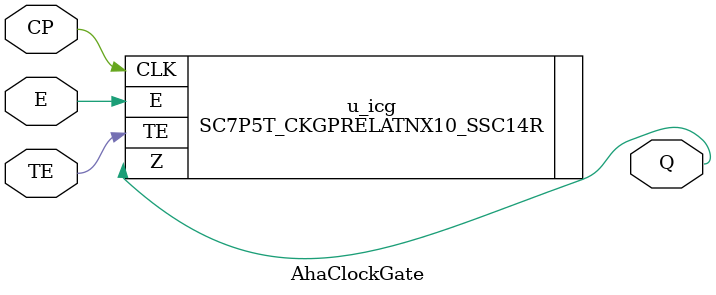
<source format=v>

module AhaClockGate (
    input   wire            TE,
    input   wire            E,
    input   wire            CP,
    output  wire            Q
);
    // Instantiate ICG cell here
    SC7P5T_CKGPRELATNX10_SSC14R u_icg (
        .TE                     (TE),
        .E                      (E),
        .CLK                    (CP),
        .Z                      (Q)
    );
endmodule

</source>
